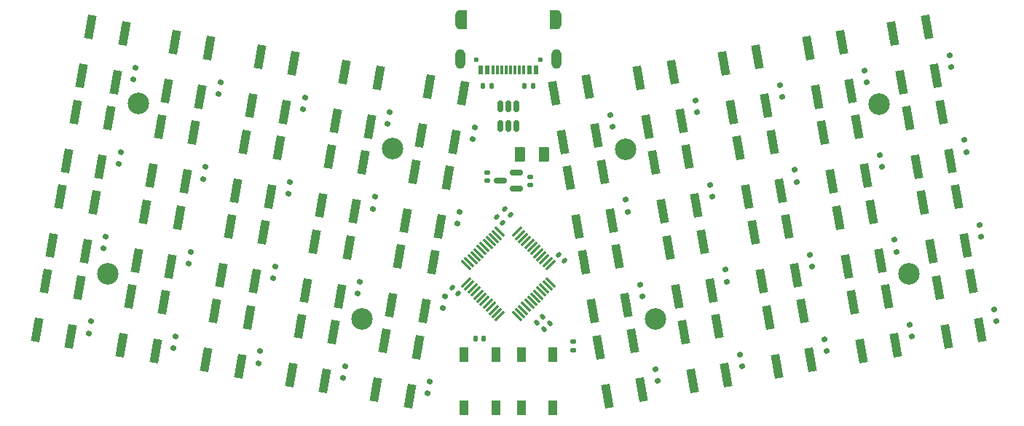
<source format=gbr>
%TF.GenerationSoftware,KiCad,Pcbnew,7.0.8*%
%TF.CreationDate,2023-12-10T13:03:46-06:00*%
%TF.ProjectId,sadcatz40,73616463-6174-47a3-9430-2e6b69636164,rev?*%
%TF.SameCoordinates,Original*%
%TF.FileFunction,Soldermask,Bot*%
%TF.FilePolarity,Negative*%
%FSLAX46Y46*%
G04 Gerber Fmt 4.6, Leading zero omitted, Abs format (unit mm)*
G04 Created by KiCad (PCBNEW 7.0.8) date 2023-12-10 13:03:46*
%MOMM*%
%LPD*%
G01*
G04 APERTURE LIST*
G04 Aperture macros list*
%AMRoundRect*
0 Rectangle with rounded corners*
0 $1 Rounding radius*
0 $2 $3 $4 $5 $6 $7 $8 $9 X,Y pos of 4 corners*
0 Add a 4 corners polygon primitive as box body*
4,1,4,$2,$3,$4,$5,$6,$7,$8,$9,$2,$3,0*
0 Add four circle primitives for the rounded corners*
1,1,$1+$1,$2,$3*
1,1,$1+$1,$4,$5*
1,1,$1+$1,$6,$7*
1,1,$1+$1,$8,$9*
0 Add four rect primitives between the rounded corners*
20,1,$1+$1,$2,$3,$4,$5,0*
20,1,$1+$1,$4,$5,$6,$7,0*
20,1,$1+$1,$6,$7,$8,$9,0*
20,1,$1+$1,$8,$9,$2,$3,0*%
%AMRotRect*
0 Rectangle, with rotation*
0 The origin of the aperture is its center*
0 $1 length*
0 $2 width*
0 $3 Rotation angle, in degrees counterclockwise*
0 Add horizontal line*
21,1,$1,$2,0,0,$3*%
G04 Aperture macros list end*
%ADD10RoundRect,0.150000X-0.223009X0.112992X-0.170914X-0.182451X0.223009X-0.112992X0.170914X0.182451X0*%
%ADD11RoundRect,0.150000X-0.170914X0.182451X-0.223009X-0.112992X0.170914X-0.182451X0.223009X0.112992X0*%
%ADD12RotRect,2.750000X1.000000X100.000000*%
%ADD13R,1.100000X1.800000*%
%ADD14RoundRect,0.140000X-0.170000X0.140000X-0.170000X-0.140000X0.170000X-0.140000X0.170000X0.140000X0*%
%ADD15RoundRect,0.150000X0.150000X-0.512500X0.150000X0.512500X-0.150000X0.512500X-0.150000X-0.512500X0*%
%ADD16C,2.500000*%
%ADD17RoundRect,0.140000X0.219203X0.021213X0.021213X0.219203X-0.219203X-0.021213X-0.021213X-0.219203X0*%
%ADD18RotRect,2.750000X1.000000X80.000000*%
%ADD19RoundRect,0.135000X0.185000X-0.135000X0.185000X0.135000X-0.185000X0.135000X-0.185000X-0.135000X0*%
%ADD20RoundRect,0.140000X-0.140000X-0.170000X0.140000X-0.170000X0.140000X0.170000X-0.140000X0.170000X0*%
%ADD21RoundRect,0.140000X0.021213X-0.219203X0.219203X-0.021213X-0.021213X0.219203X-0.219203X0.021213X0*%
%ADD22C,0.600000*%
%ADD23R,0.550000X1.100000*%
%ADD24R,0.300000X1.100000*%
%ADD25O,1.200000X2.300000*%
%ADD26R,0.700000X2.300000*%
%ADD27RoundRect,0.135000X0.135000X0.185000X-0.135000X0.185000X-0.135000X-0.185000X0.135000X-0.185000X0*%
%ADD28RoundRect,0.075000X0.521491X-0.415425X-0.415425X0.521491X-0.521491X0.415425X0.415425X-0.521491X0*%
%ADD29RoundRect,0.075000X0.521491X0.415425X0.415425X0.521491X-0.521491X-0.415425X-0.415425X-0.521491X0*%
%ADD30RoundRect,0.150000X0.587500X0.150000X-0.587500X0.150000X-0.587500X-0.150000X0.587500X-0.150000X0*%
%ADD31RoundRect,0.250000X0.375000X0.625000X-0.375000X0.625000X-0.375000X-0.625000X0.375000X-0.625000X0*%
%ADD32RoundRect,0.140000X-0.219203X-0.021213X-0.021213X-0.219203X0.219203X0.021213X0.021213X0.219203X0*%
G04 APERTURE END LIST*
D10*
%TO.C,D36*%
X130127217Y-73066736D03*
X129884109Y-71688006D03*
%TD*%
D11*
%TO.C,D33*%
X54176847Y-72719440D03*
X54419955Y-71340710D03*
%TD*%
D12*
%TO.C,SW2*%
X142762388Y-41066506D03*
X141762175Y-35394013D03*
X138823157Y-41761099D03*
X137822944Y-36088606D03*
%TD*%
%TO.C,SW32*%
X147971840Y-70610736D03*
X146971627Y-64938243D03*
X144032609Y-71305329D03*
X143032396Y-65632836D03*
%TD*%
D10*
%TO.C,D10*%
X105221613Y-46995469D03*
X104978505Y-45616739D03*
%TD*%
D13*
%TO.C,SW41*%
X94587596Y-73475333D03*
X94587596Y-79675333D03*
X98287596Y-73475333D03*
X98287596Y-79675333D03*
%TD*%
D11*
%TO.C,D23*%
X55913330Y-62871362D03*
X56156438Y-61492632D03*
%TD*%
%TO.C,D17*%
X77345964Y-56496249D03*
X77589072Y-55117519D03*
%TD*%
D14*
%TO.C,C10*%
X95604262Y-52762009D03*
X95604262Y-53722009D03*
%TD*%
D12*
%TO.C,SW10*%
X103370077Y-48012434D03*
X102369864Y-42339941D03*
X99430846Y-48707027D03*
X98430633Y-43034534D03*
%TD*%
%TO.C,SW20*%
X105106563Y-57860509D03*
X104106350Y-52188016D03*
X101167332Y-58555102D03*
X100167119Y-52882609D03*
%TD*%
D11*
%TO.C,D5*%
X69234369Y-44911686D03*
X69477477Y-43532956D03*
%TD*%
D12*
%TO.C,SW8*%
X113218159Y-46275953D03*
X112217946Y-40603460D03*
X109278928Y-46970546D03*
X108278715Y-41298053D03*
%TD*%
D15*
%TO.C,U1*%
X94054265Y-46879513D03*
X93104265Y-46879513D03*
X92154265Y-46879513D03*
X92154265Y-44604513D03*
X93104265Y-44604513D03*
X94054265Y-44604513D03*
%TD*%
D11*
%TO.C,D37*%
X73873000Y-76192401D03*
X74116108Y-74813671D03*
%TD*%
D16*
%TO.C,H3*%
X46563844Y-64065990D03*
%TD*%
D17*
%TO.C,C7*%
X99643712Y-62514779D03*
X98964890Y-61835957D03*
%TD*%
D16*
%TO.C,H6*%
X136236870Y-44369835D03*
%TD*%
%TO.C,H2*%
X79601884Y-49461072D03*
%TD*%
D18*
%TO.C,SW19*%
X85106348Y-58555099D03*
X86106561Y-52882606D03*
X81167117Y-57860506D03*
X82167330Y-52188013D03*
%TD*%
D11*
%TO.C,D1*%
X49538213Y-41438725D03*
X49781321Y-40059995D03*
%TD*%
D10*
%TO.C,D4*%
X134765847Y-41786019D03*
X134522739Y-40407289D03*
%TD*%
%TO.C,D18*%
X116806177Y-55107058D03*
X116563069Y-53728328D03*
%TD*%
D19*
%TO.C,R1*%
X100604259Y-72918669D03*
X100604259Y-71898669D03*
%TD*%
D10*
%TO.C,D12*%
X146350408Y-49897620D03*
X146107300Y-48518890D03*
%TD*%
D12*
%TO.C,SW38*%
X118427602Y-75820179D03*
X117427389Y-70147686D03*
X114488371Y-76514772D03*
X113488158Y-70842279D03*
%TD*%
D18*
%TO.C,SW15*%
X65410197Y-55082141D03*
X66410410Y-49409648D03*
X61470966Y-54387548D03*
X62471179Y-48715055D03*
%TD*%
%TO.C,SW21*%
X43977557Y-61457251D03*
X44977770Y-55784758D03*
X40038326Y-60762658D03*
X41038539Y-55090165D03*
%TD*%
%TO.C,SW1*%
X44511503Y-35394011D03*
X43511290Y-41066504D03*
X48450734Y-36088604D03*
X47450521Y-41761097D03*
%TD*%
D11*
%TO.C,D7*%
X79082448Y-46648169D03*
X79325556Y-45269439D03*
%TD*%
D10*
%TO.C,D22*%
X148086889Y-59745692D03*
X147843781Y-58366962D03*
%TD*%
D16*
%TO.C,H1*%
X50057653Y-44251630D03*
%TD*%
D12*
%TO.C,SW36*%
X128275681Y-74083704D03*
X127275468Y-68411211D03*
X124336450Y-74778297D03*
X123336237Y-69105804D03*
%TD*%
D20*
%TO.C,C1*%
X89290931Y-71575336D03*
X90250931Y-71575336D03*
%TD*%
D18*
%TO.C,SW29*%
X83369868Y-68403180D03*
X84370081Y-62730687D03*
X79430637Y-67708587D03*
X80430850Y-62036094D03*
%TD*%
D17*
%TO.C,C2*%
X93343714Y-57214776D03*
X92664892Y-56535954D03*
%TD*%
D10*
%TO.C,D6*%
X124917772Y-43522500D03*
X124674664Y-42143770D03*
%TD*%
D13*
%TO.C,SW42*%
X87920938Y-73475336D03*
X87920938Y-79675336D03*
X91620938Y-73475336D03*
X91620938Y-79675336D03*
%TD*%
D10*
%TO.C,D2*%
X144613928Y-40049540D03*
X144370820Y-38670810D03*
%TD*%
D18*
%TO.C,SW25*%
X63673712Y-64930219D03*
X64673925Y-59257726D03*
X59734481Y-64235626D03*
X60734694Y-58563133D03*
%TD*%
D10*
%TO.C,D14*%
X136502329Y-51634096D03*
X136259221Y-50255366D03*
%TD*%
D11*
%TO.C,D11*%
X47801735Y-51286805D03*
X48044843Y-49908075D03*
%TD*%
%TO.C,D19*%
X87194045Y-58232729D03*
X87437153Y-56853999D03*
%TD*%
%TO.C,D39*%
X83721079Y-77928885D03*
X83964187Y-76550155D03*
%TD*%
D18*
%TO.C,SW31*%
X42241077Y-71305333D03*
X43241290Y-65632840D03*
X38301846Y-70610740D03*
X39302059Y-64938247D03*
%TD*%
%TO.C,SW11*%
X45714039Y-51609179D03*
X46714252Y-45936686D03*
X41774808Y-50914586D03*
X42775021Y-45242093D03*
%TD*%
D11*
%TO.C,D13*%
X57649809Y-53023283D03*
X57892917Y-51644553D03*
%TD*%
D18*
%TO.C,SW13*%
X55562113Y-53345657D03*
X56562326Y-47673164D03*
X51622882Y-52651064D03*
X52623095Y-46978571D03*
%TD*%
D12*
%TO.C,SW4*%
X132914312Y-42802983D03*
X131914099Y-37130490D03*
X128975081Y-43497576D03*
X127974868Y-37825083D03*
%TD*%
%TO.C,SW34*%
X138123758Y-72347224D03*
X137123545Y-66674731D03*
X134184527Y-73041817D03*
X133184314Y-67369324D03*
%TD*%
D21*
%TO.C,C3*%
X96364892Y-69714774D03*
X97043714Y-69035952D03*
%TD*%
D18*
%TO.C,SW17*%
X75258271Y-56818624D03*
X76258484Y-51146131D03*
X71319040Y-56124031D03*
X72319253Y-50451538D03*
%TD*%
D12*
%TO.C,SW18*%
X114954638Y-56124028D03*
X113954425Y-50451535D03*
X111015407Y-56818621D03*
X110015194Y-51146128D03*
%TD*%
D11*
%TO.C,D31*%
X44328772Y-70982958D03*
X44571880Y-69604228D03*
%TD*%
D10*
%TO.C,D40*%
X110431061Y-76539700D03*
X110187953Y-75160970D03*
%TD*%
D18*
%TO.C,SW33*%
X52089153Y-73041813D03*
X53089366Y-67369320D03*
X48149922Y-72347220D03*
X49150135Y-66674727D03*
%TD*%
D12*
%TO.C,SW40*%
X108579526Y-77556666D03*
X107579313Y-71884173D03*
X104640295Y-78251259D03*
X103640082Y-72578766D03*
%TD*%
%TO.C,SW30*%
X106843043Y-67708584D03*
X105842830Y-62036091D03*
X102903812Y-68403177D03*
X101903599Y-62730684D03*
%TD*%
D18*
%TO.C,SW7*%
X76994753Y-46970546D03*
X77994966Y-41298053D03*
X73055522Y-46275953D03*
X74055735Y-40603460D03*
%TD*%
D12*
%TO.C,SW14*%
X134650798Y-52651060D03*
X133650585Y-46978567D03*
X130711567Y-53345653D03*
X129711354Y-47673160D03*
%TD*%
%TO.C,SW12*%
X144498873Y-50914581D03*
X143498660Y-45242088D03*
X140559642Y-51609174D03*
X139559429Y-45936681D03*
%TD*%
D10*
%TO.C,D16*%
X126654252Y-53370579D03*
X126411144Y-51991849D03*
%TD*%
D11*
%TO.C,D15*%
X67497890Y-54759763D03*
X67740998Y-53381033D03*
%TD*%
D22*
%TO.C,J1*%
X89354266Y-39184166D03*
X96854266Y-39184166D03*
D23*
X89904266Y-40384166D03*
X90654266Y-40384166D03*
D24*
X91854266Y-40384166D03*
X92854266Y-40384166D03*
X93354266Y-40384166D03*
X94354266Y-40384166D03*
D23*
X96304266Y-40384166D03*
X95554266Y-40384166D03*
D24*
X94854266Y-40384166D03*
X93854266Y-40384166D03*
X92354266Y-40384166D03*
X91354266Y-40384166D03*
D25*
X87529266Y-39104166D03*
X98679266Y-39104166D03*
X87529266Y-34504166D03*
D26*
X87904266Y-34504166D03*
X98304266Y-34504166D03*
D25*
X98679266Y-34504166D03*
%TD*%
D18*
%TO.C,SW5*%
X67146675Y-45234062D03*
X68146888Y-39561569D03*
X63207444Y-44539469D03*
X64207657Y-38866976D03*
%TD*%
%TO.C,SW3*%
X57298596Y-43497578D03*
X58298809Y-37825085D03*
X53359365Y-42802985D03*
X54359578Y-37130492D03*
%TD*%
D12*
%TO.C,SW24*%
X136387279Y-62499143D03*
X135387066Y-56826650D03*
X132448048Y-63193736D03*
X131447835Y-57521243D03*
%TD*%
D11*
%TO.C,D29*%
X85457563Y-68080806D03*
X85700671Y-66702076D03*
%TD*%
D10*
%TO.C,D8*%
X115069692Y-45258986D03*
X114826584Y-43880256D03*
%TD*%
%TO.C,D38*%
X120279134Y-74803216D03*
X120036026Y-73424486D03*
%TD*%
%TO.C,D26*%
X128390734Y-63218657D03*
X128147626Y-61839927D03*
%TD*%
D11*
%TO.C,D27*%
X75609483Y-66344321D03*
X75852591Y-64965591D03*
%TD*%
D10*
%TO.C,D24*%
X138238815Y-61482176D03*
X137995707Y-60103446D03*
%TD*%
D12*
%TO.C,SW16*%
X124802716Y-54387546D03*
X123802503Y-48715053D03*
X120863485Y-55082139D03*
X119863272Y-49409646D03*
%TD*%
%TO.C,SW28*%
X116691121Y-65972107D03*
X115690908Y-60299614D03*
X112751890Y-66666700D03*
X111751677Y-60994207D03*
%TD*%
D27*
%TO.C,R2*%
X91160000Y-42230000D03*
X90140000Y-42230000D03*
%TD*%
D16*
%TO.C,H4*%
X76108079Y-69275439D03*
%TD*%
D11*
%TO.C,D9*%
X88930521Y-48384654D03*
X89173629Y-47005924D03*
%TD*%
D18*
%TO.C,SW37*%
X71785304Y-76514776D03*
X72785517Y-70842283D03*
X67846073Y-75820183D03*
X68846286Y-70147690D03*
%TD*%
%TO.C,SW9*%
X86842834Y-48707025D03*
X87843047Y-43034532D03*
X82903603Y-48012432D03*
X83903816Y-42339939D03*
%TD*%
D16*
%TO.C,H7*%
X110165600Y-69275434D03*
%TD*%
D10*
%TO.C,D30*%
X108694579Y-66691621D03*
X108451471Y-65312891D03*
%TD*%
D18*
%TO.C,SW39*%
X81633385Y-78251264D03*
X82633598Y-72578771D03*
X77694154Y-77556671D03*
X78694367Y-71884178D03*
%TD*%
D28*
%TO.C,U2*%
X97992143Y-65074129D03*
X97638589Y-65427683D03*
X97285036Y-65781236D03*
X96931482Y-66134790D03*
X96577929Y-66488343D03*
X96224376Y-66841896D03*
X95870822Y-67195450D03*
X95517269Y-67549003D03*
X95163716Y-67902556D03*
X94810162Y-68256110D03*
X94456609Y-68609663D03*
X94103055Y-68963217D03*
D29*
X92105479Y-68963217D03*
X91751925Y-68609663D03*
X91398372Y-68256110D03*
X91044818Y-67902556D03*
X90691265Y-67549003D03*
X90337712Y-67195450D03*
X89984158Y-66841896D03*
X89630605Y-66488343D03*
X89277052Y-66134790D03*
X88923498Y-65781236D03*
X88569945Y-65427683D03*
X88216391Y-65074129D03*
D28*
X88216391Y-63076553D03*
X88569945Y-62722999D03*
X88923498Y-62369446D03*
X89277052Y-62015892D03*
X89630605Y-61662339D03*
X89984158Y-61308786D03*
X90337712Y-60955232D03*
X90691265Y-60601679D03*
X91044818Y-60248126D03*
X91398372Y-59894572D03*
X91751925Y-59541019D03*
X92105479Y-59187465D03*
D29*
X94103055Y-59187465D03*
X94456609Y-59541019D03*
X94810162Y-59894572D03*
X95163716Y-60248126D03*
X95517269Y-60601679D03*
X95870822Y-60955232D03*
X96224376Y-61308786D03*
X96577929Y-61662339D03*
X96931482Y-62015892D03*
X97285036Y-62369446D03*
X97638589Y-62722999D03*
X97992143Y-63076553D03*
%TD*%
D11*
%TO.C,D25*%
X65761403Y-64607845D03*
X66004511Y-63229115D03*
%TD*%
D30*
%TO.C,U3*%
X94041768Y-52292006D03*
X94041768Y-54192006D03*
X92166768Y-53242006D03*
%TD*%
D27*
%TO.C,R3*%
X95952603Y-42229464D03*
X94932603Y-42229464D03*
%TD*%
D31*
%TO.C,F1*%
X97229001Y-50161012D03*
X94429001Y-50161012D03*
%TD*%
D12*
%TO.C,SW26*%
X126539198Y-64235624D03*
X125538985Y-58563131D03*
X122599967Y-64930217D03*
X121599754Y-59257724D03*
%TD*%
D17*
%TO.C,C5*%
X92443713Y-58114775D03*
X91764891Y-57435953D03*
%TD*%
D32*
%TO.C,C6*%
X86564893Y-65635953D03*
X87243715Y-66314775D03*
%TD*%
D12*
%TO.C,SW22*%
X146235354Y-60762658D03*
X145235141Y-55090165D03*
X142296123Y-61457251D03*
X141295910Y-55784758D03*
%TD*%
D10*
%TO.C,D34*%
X139975292Y-71330253D03*
X139732184Y-69951523D03*
%TD*%
%TO.C,D32*%
X149823369Y-69593774D03*
X149580261Y-68215044D03*
%TD*%
D11*
%TO.C,D21*%
X46065251Y-61134880D03*
X46308359Y-59756150D03*
%TD*%
D16*
%TO.C,H8*%
X139709834Y-64065989D03*
%TD*%
D18*
%TO.C,SW23*%
X53825639Y-63193729D03*
X54825852Y-57521236D03*
X49886408Y-62499136D03*
X50886621Y-56826643D03*
%TD*%
D10*
%TO.C,D28*%
X118542656Y-64955138D03*
X118299548Y-63576408D03*
%TD*%
D11*
%TO.C,D35*%
X64024923Y-74455920D03*
X64268031Y-73077190D03*
%TD*%
D10*
%TO.C,D20*%
X106958093Y-56843540D03*
X106714985Y-55464810D03*
%TD*%
D16*
%TO.C,H5*%
X106692635Y-49579281D03*
%TD*%
D14*
%TO.C,C9*%
X90604264Y-52282008D03*
X90604264Y-53242008D03*
%TD*%
D18*
%TO.C,SW27*%
X73521791Y-66666699D03*
X74522004Y-60994206D03*
X69582560Y-65972106D03*
X70582773Y-60299613D03*
%TD*%
D11*
%TO.C,D3*%
X59386291Y-43175205D03*
X59629399Y-41796475D03*
%TD*%
D18*
%TO.C,SW35*%
X61937227Y-74778292D03*
X62937440Y-69105799D03*
X57997996Y-74083699D03*
X58998209Y-68411206D03*
%TD*%
D12*
%TO.C,SW6*%
X123066233Y-44539471D03*
X122066020Y-38866978D03*
X119127002Y-45234064D03*
X118126789Y-39561571D03*
%TD*%
D21*
%TO.C,C4*%
X97264894Y-70514777D03*
X97943716Y-69835955D03*
%TD*%
M02*

</source>
